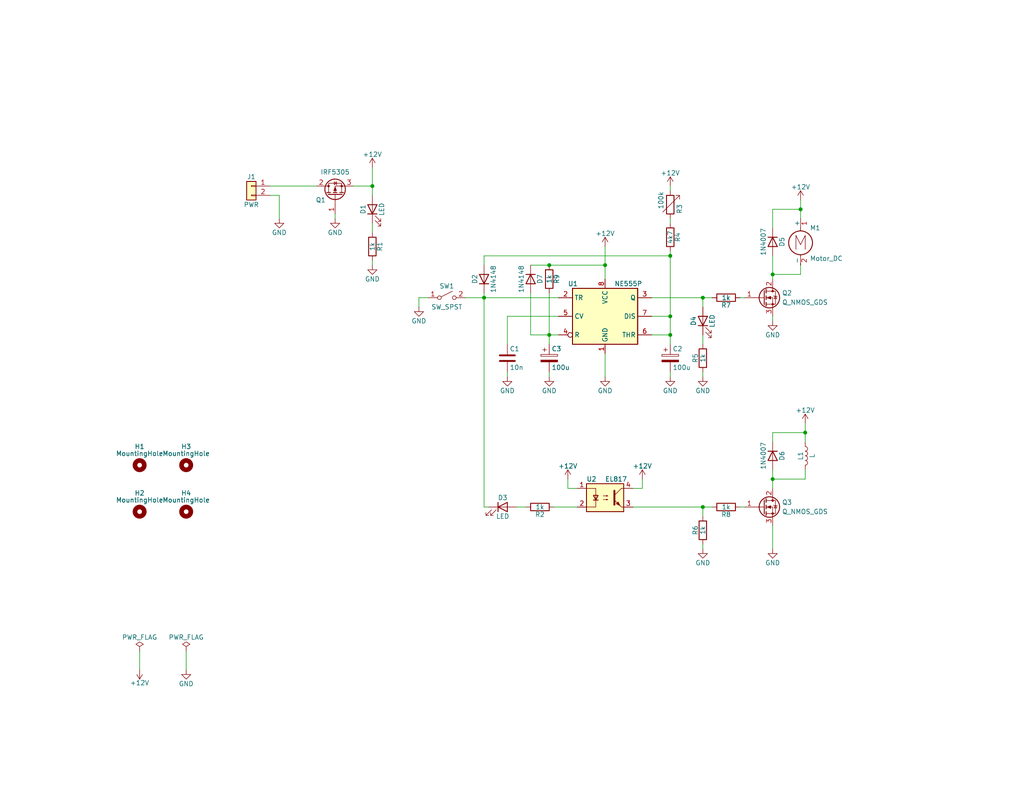
<source format=kicad_sch>
(kicad_sch (version 20211123) (generator eeschema)
  (paper "A")
  (title_block (company "erry Leumas"))
  (lib_symbols
    (symbol "Connector_Generic:Conn_01x02" (pin_names (offset 1.016) hide)
      (property "Reference" "J" (at 0 2.54 0))
      (property "Value" "Conn_01x02" (at 0 -5.08 0))
      (symbol "Conn_01x02_1_1"
        (rectangle (start -1.27 -2.413) (end 0 -2.667) (stroke (width 0.1524)))
        (rectangle (start -1.27 0.127) (end 0 -0.127) (stroke (width 0.1524)))
        (rectangle (start -1.27 1.27) (end 1.27 -3.81) (stroke (width 0.254)) (fill (type background)))
        (pin passive line (at -5.08 0 0) (length 3.81) (name "Pin_1") (number "1"))
        (pin passive line (at -5.08 -2.54 0) (length 3.81) (name "Pin_2") (number "2"))
      )
    )
    (symbol "Device:C" (pin_numbers hide) (pin_names (offset 0.254))
      (property "Reference" "C" (at 0.635 2.54 0))
      (property "Value" "C" (at 0.635 -2.54 0))
      (symbol "C_0_1"
        (polyline (pts (xy -2.032 -0.762) (xy 2.032 -0.762)) (stroke (width 0.508)))
        (polyline (pts (xy -2.032 0.762) (xy 2.032 0.762)) (stroke (width 0.508)))
      )
      (symbol "C_1_1"
        (pin passive line (at 0 3.81 270) (length 2.794) (name "~") (number "1"))
        (pin passive line (at 0 -3.81 90) (length 2.794) (name "~") (number "2"))
      )
    )
    (symbol "Device:L" (pin_numbers hide) (pin_names (offset 1.016) hide)
      (property "Reference" "L" (at -1.27 0 90))
      (property "Value" "L" (at 1.905 0 90))
      (symbol "L_0_1"
        (arc (start 0 -2.54) (mid 0.635 -1.905) (end 0 -1.27))
        (arc (start 0 -1.27) (mid 0.635 -0.635) (end 0 0))
        (arc (start 0 0) (mid 0.635 0.635) (end 0 1.27))
        (arc (start 0 1.27) (mid 0.635 1.905) (end 0 2.54))
      )
      (symbol "L_1_1"
        (pin passive line (at 0 3.81 270) (length 1.27) (name "1") (number "1"))
        (pin passive line (at 0 -3.81 90) (length 1.27) (name "2") (number "2"))
      )
    )
    (symbol "Device:LED" (pin_numbers hide) (pin_names (offset 1.016) hide)
      (property "Reference" "D" (at 0 2.54 0))
      (property "Value" "LED" (at 0 -2.54 0))
      (symbol "LED_0_1"
        (polyline (pts (xy -1.27 -1.27) (xy -1.27 1.27)) (stroke (width 0.254)))
        (polyline (pts (xy -1.27 0) (xy 1.27 0)))
        (polyline (pts (xy 1.27 -1.27) (xy 1.27 1.27) (xy -1.27 0) (xy 1.27 -1.27)) (stroke (width 0.254)))
        (polyline (pts (xy -3.048 -0.762) (xy -4.572 -2.286) (xy -3.81 -2.286) (xy -4.572 -2.286) (xy -4.572 -1.524)))
        (polyline (pts (xy -1.778 -0.762) (xy -3.302 -2.286) (xy -2.54 -2.286) (xy -3.302 -2.286) (xy -3.302 -1.524)))
      )
      (symbol "LED_1_1"
        (pin passive line (at -3.81 0 0) (length 2.54) (name "K") (number "1"))
        (pin passive line (at 3.81 0 180) (length 2.54) (name "A") (number "2"))
      )
    )
    (symbol "Device:Q_NMOS_GDS" (pin_names (offset 0) hide)
      (property "Reference" "Q" (at 5.08 1.27 0))
      (property "Value" "Q_NMOS_GDS" (at 5.08 -1.27 0))
      (symbol "Q_NMOS_GDS_0_1"
        (polyline (pts (xy 0.254 0) (xy -2.54 0)))
        (polyline (pts (xy 0.254 1.905) (xy 0.254 -1.905)) (stroke (width 0.254)))
        (polyline (pts (xy 0.762 -1.27) (xy 0.762 -2.286)) (stroke (width 0.254)))
        (polyline (pts (xy 0.762 0.508) (xy 0.762 -0.508)) (stroke (width 0.254)))
        (polyline (pts (xy 0.762 2.286) (xy 0.762 1.27)) (stroke (width 0.254)))
        (polyline (pts (xy 2.54 2.54) (xy 2.54 1.778)))
        (polyline (pts (xy 2.54 -2.54) (xy 2.54 0) (xy 0.762 0)))
        (polyline (pts (xy 0.762 -1.778) (xy 3.302 -1.778) (xy 3.302 1.778) (xy 0.762 1.778)))
        (polyline (pts (xy 1.016 0) (xy 2.032 0.381) (xy 2.032 -0.381) (xy 1.016 0)) (fill (type outline)))
        (polyline (pts (xy 2.794 0.508) (xy 2.921 0.381) (xy 3.683 0.381) (xy 3.81 0.254)))
        (polyline (pts (xy 3.302 0.381) (xy 2.921 -0.254) (xy 3.683 -0.254) (xy 3.302 0.381)))
        (circle (center 1.651 0) (radius 2.794) (stroke (width 0.254)))
        (circle (center 2.54 -1.778) (radius 0.254) (fill (type outline)))
        (circle (center 2.54 1.778) (radius 0.254) (fill (type outline)))
      )
      (symbol "Q_NMOS_GDS_1_1"
        (pin input line (at -5.08 0 0) (length 2.54) (name "G") (number "1"))
        (pin passive line (at 2.54 5.08 270) (length 2.54) (name "D") (number "2"))
        (pin passive line (at 2.54 -5.08 90) (length 2.54) (name "S") (number "3"))
      )
    )
    (symbol "Device:Q_PMOS_GDS" (pin_names (offset 0) hide)
      (property "Reference" "Q" (at 5.08 1.27 0))
      (property "Value" "Q_PMOS_GDS" (at 5.08 -1.27 0))
      (symbol "Q_PMOS_GDS_0_1"
        (polyline (pts (xy 0.254 0) (xy -2.54 0)))
        (polyline (pts (xy 0.254 1.905) (xy 0.254 -1.905)) (stroke (width 0.254)))
        (polyline (pts (xy 0.762 -1.27) (xy 0.762 -2.286)) (stroke (width 0.254)))
        (polyline (pts (xy 0.762 0.508) (xy 0.762 -0.508)) (stroke (width 0.254)))
        (polyline (pts (xy 0.762 2.286) (xy 0.762 1.27)) (stroke (width 0.254)))
        (polyline (pts (xy 2.54 2.54) (xy 2.54 1.778)))
        (polyline (pts (xy 2.54 -2.54) (xy 2.54 0) (xy 0.762 0)))
        (polyline (pts (xy 0.762 1.778) (xy 3.302 1.778) (xy 3.302 -1.778) (xy 0.762 -1.778)))
        (polyline (pts (xy 2.286 0) (xy 1.27 0.381) (xy 1.27 -0.381) (xy 2.286 0)) (fill (type outline)))
        (polyline (pts (xy 2.794 -0.508) (xy 2.921 -0.381) (xy 3.683 -0.381) (xy 3.81 -0.254)))
        (polyline (pts (xy 3.302 -0.381) (xy 2.921 0.254) (xy 3.683 0.254) (xy 3.302 -0.381)))
        (circle (center 1.651 0) (radius 2.794) (stroke (width 0.254)))
        (circle (center 2.54 -1.778) (radius 0.254) (fill (type outline)))
        (circle (center 2.54 1.778) (radius 0.254) (fill (type outline)))
      )
      (symbol "Q_PMOS_GDS_1_1"
        (pin input line (at -5.08 0 0) (length 2.54) (name "G") (number "1"))
        (pin passive line (at 2.54 5.08 270) (length 2.54) (name "D") (number "2"))
        (pin passive line (at 2.54 -5.08 90) (length 2.54) (name "S") (number "3"))
      )
    )
    (symbol "Device:R" (pin_numbers hide) (pin_names (offset 0))
      (property "Reference" "R" (at 2.032 0 90))
      (property "Value" "R" (at 0 0 90))
      (symbol "R_0_1"
        (rectangle (start -1.016 -2.54) (end 1.016 2.54) (stroke (width 0.254)))
      )
      (symbol "R_1_1"
        (pin passive line (at 0 3.81 270) (length 1.27) (name "~") (number "1"))
        (pin passive line (at 0 -3.81 90) (length 1.27) (name "~") (number "2"))
      )
    )
    (symbol "Device:R_Variable" (pin_numbers hide) (pin_names (offset 0))
      (property "Reference" "R" (at 2.54 -2.54 90))
      (property "Value" "R_Variable" (at -2.54 -1.27 90))
      (symbol "R_Variable_0_1"
        (rectangle (start -1.016 -2.54) (end 1.016 2.54) (stroke (width 0.254)))
        (polyline (pts (xy 2.54 1.524) (xy 2.54 2.54) (xy 1.524 2.54) (xy 2.54 2.54) (xy -2.032 -2.032)))
      )
      (symbol "R_Variable_1_1"
        (pin passive line (at 0 3.81 270) (length 1.27) (name "~") (number "1"))
        (pin passive line (at 0 -3.81 90) (length 1.27) (name "~") (number "2"))
      )
    )
    (symbol "Diode:1N4007" (pin_numbers hide) (pin_names (offset 1.016) hide)
      (property "Reference" "D" (at 0 2.54 0))
      (property "Value" "1N4007" (at 0 -2.54 0))
      (symbol "1N4007_0_1"
        (polyline (pts (xy -1.27 1.27) (xy -1.27 -1.27)) (stroke (width 0.254)))
        (polyline (pts (xy 1.27 0) (xy -1.27 0)))
        (polyline (pts (xy 1.27 1.27) (xy 1.27 -1.27) (xy -1.27 0) (xy 1.27 1.27)) (stroke (width 0.254)))
      )
      (symbol "1N4007_1_1"
        (pin passive line (at -3.81 0 0) (length 2.54) (name "K") (number "1"))
        (pin passive line (at 3.81 0 180) (length 2.54) (name "A") (number "2"))
      )
    )
    (symbol "Diode:1N4148" (pin_numbers hide) (pin_names (offset 1.016) hide)
      (property "Reference" "D" (at 0 2.54 0))
      (property "Value" "1N4148" (at 0 -2.54 0))
      (symbol "1N4148_0_1"
        (polyline (pts (xy -1.27 1.27) (xy -1.27 -1.27)) (stroke (width 0.254)))
        (polyline (pts (xy 1.27 0) (xy -1.27 0)))
        (polyline (pts (xy 1.27 1.27) (xy 1.27 -1.27) (xy -1.27 0) (xy 1.27 1.27)) (stroke (width 0.254)))
      )
      (symbol "1N4148_1_1"
        (pin passive line (at -3.81 0 0) (length 2.54) (name "K") (number "1"))
        (pin passive line (at 3.81 0 180) (length 2.54) (name "A") (number "2"))
      )
    )
    (symbol "Isolator:EL817" (pin_names (offset 1.016))
      (property "Reference" "U" (at -5.08 5.08 0))
      (property "Value" "EL817" (at 0 5.08 0))
      (symbol "EL817_0_1"
        (rectangle (start -5.08 3.81) (end 5.08 -3.81) (stroke (width 0.254)) (fill (type background)))
        (polyline (pts (xy -3.175 -0.635) (xy -1.905 -0.635)) (stroke (width 0.254)))
        (polyline (pts (xy 2.54 0.635) (xy 4.445 2.54)))
        (polyline (pts (xy 4.445 -2.54) (xy 2.54 -0.635)) (fill (type outline)))
        (polyline (pts (xy 4.445 -2.54) (xy 5.08 -2.54)))
        (polyline (pts (xy 4.445 2.54) (xy 5.08 2.54)))
        (polyline (pts (xy -5.08 2.54) (xy -2.54 2.54) (xy -2.54 -0.635)))
        (polyline (pts (xy -2.54 -0.635) (xy -2.54 -2.54) (xy -5.08 -2.54)))
        (polyline (pts (xy 2.54 1.905) (xy 2.54 -1.905) (xy 2.54 -1.905)) (stroke (width 0.508)))
        (polyline (pts (xy -2.54 -0.635) (xy -3.175 0.635) (xy -1.905 0.635) (xy -2.54 -0.635)) (stroke (width 0.254)))
        (polyline (pts (xy -0.508 -0.508) (xy 0.762 -0.508) (xy 0.381 -0.635) (xy 0.381 -0.381) (xy 0.762 -0.508)))
        (polyline (pts (xy -0.508 0.508) (xy 0.762 0.508) (xy 0.381 0.381) (xy 0.381 0.635) (xy 0.762 0.508)))
        (polyline (pts (xy 3.048 -1.651) (xy 3.556 -1.143) (xy 4.064 -2.159) (xy 3.048 -1.651) (xy 3.048 -1.651)) (fill (type outline)))
      )
      (symbol "EL817_1_1"
        (pin passive line (at -7.62 2.54 0) (length 2.54) (name "~") (number "1"))
        (pin passive line (at -7.62 -2.54 0) (length 2.54) (name "~") (number "2"))
        (pin passive line (at 7.62 -2.54 180) (length 2.54) (name "~") (number "3"))
        (pin passive line (at 7.62 2.54 180) (length 2.54) (name "~") (number "4"))
      )
    )
    (symbol "Mechanical:MountingHole" (pin_names (offset 1.016))
      (property "Reference" "H" (at 0 5.08 0))
      (property "Value" "MountingHole" (at 0 3.175 0))
      (symbol "MountingHole_0_1"
        (circle (center 0 0) (radius 1.27) (stroke (width 1.27)))
      )
    )
    (symbol "Motor:Motor_DC" (pin_names (offset 0))
      (property "Reference" "M" (at 2.54 2.54 0))
      (property "Value" "Motor_DC" (at 2.54 -5.08 0))
      (symbol "Motor_DC_0_0"
        (polyline (pts (xy -1.27 -3.302) (xy -1.27 0.508) (xy 0 -2.032) (xy 1.27 0.508) (xy 1.27 -3.302)))
      )
      (symbol "Motor_DC_0_1"
        (circle (center 0 -1.524) (radius 3.2512) (stroke (width 0.254)))
        (polyline (pts (xy 0 -7.62) (xy 0 -7.112)))
        (polyline (pts (xy 0 -4.7752) (xy 0 -5.1816)))
        (polyline (pts (xy 0 1.7272) (xy 0 2.0828)))
        (polyline (pts (xy 0 2.032) (xy 0 2.54)))
      )
      (symbol "Motor_DC_1_1"
        (pin passive line (at 0 5.08 270) (length 2.54) (name "+") (number "1"))
        (pin passive line (at 0 -7.62 90) (length 2.54) (name "-") (number "2"))
      )
    )
    (symbol "Switch:SW_SPST" (pin_names (offset 0) hide)
      (property "Reference" "SW" (at 0 3.175 0))
      (property "Value" "SW_SPST" (at 0 -2.54 0))
      (symbol "SW_SPST_0_0"
        (circle (center -2.032 0) (radius 0.508))
        (polyline (pts (xy -1.524 0.254) (xy 1.524 1.778)))
        (circle (center 2.032 0) (radius 0.508))
      )
      (symbol "SW_SPST_1_1"
        (pin passive line (at -5.08 0 0) (length 2.54) (name "A") (number "1"))
        (pin passive line (at 5.08 0 180) (length 2.54) (name "B") (number "2"))
      )
    )
    (symbol "Timer:NE555P"
      (property "Reference" "U" (at -10.16 8.89 0))
      (property "Value" "NE555P" (at 2.54 8.89 0))
      (symbol "NE555P_0_0"
        (pin power_in line (at 0 -10.16 90) (length 2.54) (name "GND") (number "1"))
        (pin power_in line (at 0 10.16 270) (length 2.54) (name "VCC") (number "8"))
      )
      (symbol "NE555P_0_1"
        (rectangle (start -8.89 -7.62) (end 8.89 7.62) (stroke (width 0.254)) (fill (type background)))
        (rectangle (start -8.89 -7.62) (end 8.89 7.62) (stroke (width 0.254)) (fill (type background)))
      )
      (symbol "NE555P_1_1"
        (pin input line (at -12.7 5.08 0) (length 3.81) (name "TR") (number "2"))
        (pin output line (at 12.7 5.08 180) (length 3.81) (name "Q") (number "3"))
        (pin input inverted (at -12.7 -5.08 0) (length 3.81) (name "R") (number "4"))
        (pin input line (at -12.7 0 0) (length 3.81) (name "CV") (number "5"))
        (pin input line (at 12.7 -5.08 180) (length 3.81) (name "THR") (number "6"))
        (pin input line (at 12.7 0 180) (length 3.81) (name "DIS") (number "7"))
      )
    )
    (symbol "power:+12V" (power) (pin_names (offset 0))
      (property "Value" "+12V" (at 0 3.556 0))
      (symbol "+12V_0_1"
        (polyline (pts (xy -0.762 1.27) (xy 0 2.54)))
        (polyline (pts (xy 0 0) (xy 0 2.54)))
        (polyline (pts (xy 0 2.54) (xy 0.762 1.27)))
      )
      (symbol "+12V_1_1"
        (pin power_in line (at 0 0 90) (length 0) hide (name "+12V") (number "1"))
      )
    )
    (symbol "power:GND" (power) (pin_names (offset 0))
      (property "Value" "GND" (at 0 -3.81 0))
      (symbol "GND_0_1"
        (polyline (pts (xy 0 0) (xy 0 -1.27) (xy 1.27 -1.27) (xy 0 -2.54) (xy -1.27 -1.27) (xy 0 -1.27)))
      )
      (symbol "GND_1_1"
        (pin power_in line (at 0 0 270) (length 0) hide (name "GND") (number "1"))
      )
    )
    (symbol "power:PWR_FLAG" (power) (pin_numbers hide) (pin_names (offset 0) hide)
      (property "Value" "PWR_FLAG" (at 0 3.81 0))
      (symbol "PWR_FLAG_0_0"
        (pin power_out line (at 0 0 90) (length 0) (name "pwr") (number "1"))
      )
      (symbol "PWR_FLAG_0_1"
        (polyline (pts (xy 0 0) (xy 0 1.27) (xy -1.016 1.905) (xy 0 2.54) (xy 1.016 1.905) (xy 0 1.27)))
      )
    )
    (symbol "smd_vacuum-rescue:CP-Device" (pin_numbers hide) (pin_names (offset 0.254))
      (property "Reference" "C" (at 0.635 2.54 0))
      (property "Value" "CP-Device" (at 0.635 -2.54 0))
      (symbol "CP-Device_0_1"
        (rectangle (start -2.286 0.508) (end 2.286 1.016))
        (polyline (pts (xy -1.778 2.286) (xy -0.762 2.286)))
        (polyline (pts (xy -1.27 2.794) (xy -1.27 1.778)))
        (rectangle (start 2.286 -0.508) (end -2.286 -1.016) (fill (type outline)))
      )
      (symbol "CP-Device_1_1"
        (pin passive line (at 0 3.81 270) (length 2.794) (name "~") (number "1"))
        (pin passive line (at 0 -3.81 90) (length 2.794) (name "~") (number "2"))
      )
    )
  )
  (junction (at 182.88 86.36))
  (junction (at 210.82 130.81))
  (junction (at 182.88 91.44))
  (junction (at 101.6 50.8))
  (junction (at 149.86 91.44))
  (junction (at 182.88 69.85))
  (junction (at 149.86 72.39))
  (junction (at 210.82 74.93))
  (junction (at 219.71 118.11))
  (junction (at 191.77 81.28))
  (junction (at 132.08 81.28))
  (junction (at 191.77 138.43))
  (junction (at 165.1 72.39))
  (junction (at 218.44 57.15))
  (wire (pts (xy 140.97 138.43) (xy 143.51 138.43)))
  (wire (pts (xy 218.44 57.15) (xy 218.44 54.61)))
  (wire (pts (xy 133.35 138.43) (xy 132.08 138.43)))
  (wire (pts (xy 149.86 80.01) (xy 149.86 91.44)))
  (wire (pts (xy 132.08 138.43) (xy 132.08 81.28)))
  (wire (pts (xy 182.88 86.36) (xy 177.8 86.36)))
  (wire (pts (xy 194.31 138.43) (xy 191.77 138.43)))
  (wire (pts (xy 191.77 81.28) (xy 191.77 83.82)))
  (wire (pts (xy 182.88 60.96) (xy 182.88 59.69)))
  (wire (pts (xy 151.13 138.43) (xy 157.48 138.43)))
  (wire (pts (xy 210.82 120.65) (xy 210.82 118.11)))
  (wire (pts (xy 210.82 62.23) (xy 210.82 57.15)))
  (wire (pts (xy 144.78 91.44) (xy 149.86 91.44)))
  (wire (pts (xy 218.44 59.69) (xy 218.44 57.15)))
  (wire (pts (xy 101.6 53.34) (xy 101.6 50.8)))
  (wire (pts (xy 132.08 69.85) (xy 182.88 69.85)))
  (wire (pts (xy 165.1 67.31) (xy 165.1 72.39)))
  (wire (pts (xy 114.3 81.28) (xy 114.3 83.82)))
  (wire (pts (xy 154.94 133.35) (xy 154.94 130.81)))
  (wire (pts (xy 210.82 57.15) (xy 218.44 57.15)))
  (wire (pts (xy 219.71 118.11) (xy 219.71 115.57)))
  (wire (pts (xy 144.78 80.01) (xy 144.78 91.44)))
  (wire (pts (xy 210.82 74.93) (xy 210.82 69.85)))
  (wire (pts (xy 191.77 140.97) (xy 191.77 138.43)))
  (wire (pts (xy 96.52 50.8) (xy 101.6 50.8)))
  (wire (pts (xy 210.82 87.63) (xy 210.82 86.36)))
  (wire (pts (xy 210.82 76.2) (xy 210.82 74.93)))
  (wire (pts (xy 191.77 93.98) (xy 191.77 91.44)))
  (wire (pts (xy 191.77 81.28) (xy 194.31 81.28)))
  (wire (pts (xy 50.8 177.8) (xy 50.8 182.88)))
  (wire (pts (xy 219.71 120.65) (xy 219.71 118.11)))
  (wire (pts (xy 165.1 72.39) (xy 165.1 76.2)))
  (wire (pts (xy 138.43 102.87) (xy 138.43 101.6)))
  (wire (pts (xy 210.82 118.11) (xy 219.71 118.11)))
  (wire (pts (xy 101.6 72.39) (xy 101.6 71.12)))
  (wire (pts (xy 149.86 72.39) (xy 165.1 72.39)))
  (wire (pts (xy 152.4 91.44) (xy 149.86 91.44)))
  (wire (pts (xy 172.72 133.35) (xy 175.26 133.35)))
  (wire (pts (xy 132.08 80.01) (xy 132.08 81.28)))
  (wire (pts (xy 91.44 59.69) (xy 91.44 58.42)))
  (wire (pts (xy 218.44 74.93) (xy 210.82 74.93)))
  (wire (pts (xy 101.6 50.8) (xy 101.6 45.72)))
  (wire (pts (xy 76.2 53.34) (xy 76.2 59.69)))
  (wire (pts (xy 101.6 63.5) (xy 101.6 60.96)))
  (wire (pts (xy 219.71 130.81) (xy 219.71 128.27)))
  (wire (pts (xy 132.08 72.39) (xy 132.08 69.85)))
  (wire (pts (xy 210.82 133.35) (xy 210.82 130.81)))
  (wire (pts (xy 38.1 177.8) (xy 38.1 182.88)))
  (wire (pts (xy 210.82 149.86) (xy 210.82 143.51)))
  (wire (pts (xy 182.88 91.44) (xy 182.88 86.36)))
  (wire (pts (xy 182.88 93.98) (xy 182.88 91.44)))
  (wire (pts (xy 157.48 133.35) (xy 154.94 133.35)))
  (wire (pts (xy 201.93 138.43) (xy 203.2 138.43)))
  (wire (pts (xy 144.78 72.39) (xy 149.86 72.39)))
  (wire (pts (xy 182.88 102.87) (xy 182.88 101.6)))
  (wire (pts (xy 149.86 102.87) (xy 149.86 101.6)))
  (wire (pts (xy 73.66 53.34) (xy 76.2 53.34)))
  (wire (pts (xy 182.88 69.85) (xy 182.88 68.58)))
  (wire (pts (xy 138.43 86.36) (xy 152.4 86.36)))
  (wire (pts (xy 218.44 72.39) (xy 218.44 74.93)))
  (wire (pts (xy 191.77 138.43) (xy 172.72 138.43)))
  (wire (pts (xy 132.08 81.28) (xy 127 81.28)))
  (wire (pts (xy 182.88 50.8) (xy 182.88 52.07)))
  (wire (pts (xy 152.4 81.28) (xy 132.08 81.28)))
  (wire (pts (xy 175.26 133.35) (xy 175.26 130.81)))
  (wire (pts (xy 191.77 149.86) (xy 191.77 148.59)))
  (wire (pts (xy 138.43 93.98) (xy 138.43 86.36)))
  (wire (pts (xy 210.82 130.81) (xy 219.71 130.81)))
  (wire (pts (xy 201.93 81.28) (xy 203.2 81.28)))
  (wire (pts (xy 165.1 96.52) (xy 165.1 102.87)))
  (wire (pts (xy 149.86 93.98) (xy 149.86 91.44)))
  (wire (pts (xy 177.8 81.28) (xy 191.77 81.28)))
  (wire (pts (xy 177.8 91.44) (xy 182.88 91.44)))
  (wire (pts (xy 191.77 102.87) (xy 191.77 101.6)))
  (wire (pts (xy 116.84 81.28) (xy 114.3 81.28)))
  (wire (pts (xy 86.36 50.8) (xy 73.66 50.8)))
  (wire (pts (xy 210.82 130.81) (xy 210.82 128.27)))
  (wire (pts (xy 182.88 69.85) (xy 182.88 86.36)))
  (symbol (lib_id "Timer:NE555P") (at 165.1 86.36 0) (unit 1)
    (property "Reference" "U1" (at 154.94 77.47 0) (effects (justify left)))
    (property "Value" "NE555P" (at 167.64 77.47 0) (effects (justify left)))
    (property "Footprint" "Package_DIP:DIP-8_W7.62mm" (effects hide))
    (property "Datasheet" "http://www.ti.com/lit/ds/symlink/ne555.pdf" (effects hide))
  )
  (symbol (lib_id "power:+12V") (at 165.1 67.31 0) (unit 1)
    (property "Reference" "#PWR08" (effects hide))
    (property "Value" "+12V" (at 165.1 63.754 0))
  )
  (symbol (lib_id "power:GND") (at 165.1 102.87 0) (unit 1)
    (property "Reference" "#PWR09" (effects hide))
    (property "Value" "GND" (at 165.1 106.68 0))
  )
  (symbol (lib_id "Device:Q_NMOS_GDS") (at 208.28 81.28 0) (unit 1)
    (property "Reference" "Q2" (at 213.36 80.01 0) (effects (justify left)))
    (property "Value" "Q_NMOS_GDS" (at 213.36 82.55 0) (effects (justify left)))
    (property "Footprint" "Package_TO_SOT_THT:TO-220-3_Vertical" (effects hide))
  )
  (symbol (lib_id "Device:R") (at 198.12 81.28 270) (unit 1)
    (property "Reference" "R7" (at 198.12 83.312 90))
    (property "Value" "1k" (at 198.12 81.28 90))
    (property "Footprint" "Resistor_THT:R_Axial_DIN0207_L6.3mm_D2.5mm_P10.16mm_Horizontal" (effects hide))
  )
  (symbol (lib_id "Device:LED") (at 191.77 87.63 90) (unit 1)
    (property "Reference" "D4" (at 189.23 87.63 0))
    (property "Value" "LED" (at 194.31 87.63 0))
    (property "Footprint" "Connector_JST:JST_PH_B2B-PH-K_1x02_P2.00mm_Vertical" (effects hide))
  )
  (symbol (lib_id "power:GND") (at 191.77 102.87 0) (unit 1)
    (property "Reference" "#PWR013" (effects hide))
    (property "Value" "GND" (at 191.77 106.68 0))
  )
  (symbol (lib_id "power:GND") (at 210.82 87.63 0) (unit 1)
    (property "Reference" "#PWR015" (effects hide))
    (property "Value" "GND" (at 210.82 91.44 0))
  )
  (symbol (lib_id "Motor:Motor_DC") (at 218.44 64.77 0) (unit 1)
    (property "Reference" "M1" (at 220.98 62.23 0) (effects (justify left)))
    (property "Value" "Motor_DC" (at 220.98 69.85 0) (effects (justify left top)))
    (property "Footprint" "pl_TerminalBlock:WJ127-5.0-2P" (effects hide))
  )
  (symbol (lib_id "power:+12V") (at 218.44 54.61 0) (unit 1)
    (property "Reference" "#PWR017" (effects hide))
    (property "Value" "+12V" (at 218.44 51.054 0))
  )
  (symbol (lib_id "Device:C") (at 138.43 97.79 0) (unit 1)
    (property "Reference" "C1" (at 139.065 95.25 0) (effects (justify left)))
    (property "Value" "10n" (at 139.065 100.33 0) (effects (justify left)))
    (property "Footprint" "Capacitor_THT:C_Rect_L7.0mm_W3.5mm_P5.00mm" (effects hide))
  )
  (symbol (lib_id "Switch:SW_SPST") (at 121.92 81.28 0) (unit 1)
    (property "Reference" "SW1" (at 121.92 78.105 0))
    (property "Value" "SW_SPST" (at 121.92 83.82 0))
    (property "Footprint" "pl_TerminalBlock:WJ127-5.0-2P" (effects hide))
  )
  (symbol (lib_id "power:GND") (at 114.3 83.82 0) (unit 1)
    (property "Reference" "#PWR05" (effects hide))
    (property "Value" "GND" (at 114.3 87.63 0))
  )
  (symbol (lib_id "Device:R") (at 182.88 64.77 0) (unit 1)
    (property "Reference" "R4" (at 184.912 64.77 90))
    (property "Value" "4k7" (at 182.88 64.77 90))
    (property "Footprint" "Resistor_THT:R_Axial_DIN0207_L6.3mm_D2.5mm_P10.16mm_Horizontal" (effects hide))
  )
  (symbol (lib_id "smd_vacuum-rescue:CP-Device") (at 182.88 97.79 0) (unit 1)
    (property "Reference" "C2" (at 183.515 95.25 0) (effects (justify left)))
    (property "Value" "100u" (at 183.515 100.33 0) (effects (justify left)))
    (property "Footprint" "Capacitor_THT:CP_Radial_D8.0mm_P3.50mm" (effects hide))
  )
  (symbol (lib_id "power:GND") (at 182.88 102.87 0) (unit 1)
    (property "Reference" "#PWR012" (effects hide))
    (property "Value" "GND" (at 182.88 106.68 0))
  )
  (symbol (lib_id "Diode:1N4148") (at 132.08 76.2 90) (unit 1)
    (property "Reference" "D2" (at 129.54 76.2 0))
    (property "Value" "1N4148" (at 134.62 76.2 0))
    (property "Footprint" "Diode_THT:D_DO-35_SOD27_P7.62mm_Horizontal" (effects hide))
    (property "Datasheet" "https://assets.nexperia.com/documents/data-sheet/1N4148_1N4448.pdf" (effects hide))
  )
  (symbol (lib_id "Diode:1N4007") (at 210.82 66.04 270) (unit 1)
    (property "Reference" "D5" (at 213.36 66.04 0))
    (property "Value" "1N4007" (at 208.28 66.04 0))
    (property "Footprint" "Diode_THT:D_DO-41_SOD81_P10.16mm_Horizontal" (effects hide))
    (property "Datasheet" "http://www.vishay.com/docs/88503/1n4001.pdf" (effects hide))
  )
  (symbol (lib_id "Device:LED") (at 137.16 138.43 0) (unit 1)
    (property "Reference" "D3" (at 137.16 135.89 0))
    (property "Value" "LED" (at 137.16 140.97 0))
    (property "Footprint" "Connector_JST:JST_PH_B2B-PH-K_1x02_P2.00mm_Vertical" (effects hide))
  )
  (symbol (lib_id "Isolator:EL817") (at 165.1 135.89 0) (unit 1)
    (property "Reference" "U2" (at 160.02 130.81 0) (effects (justify left)))
    (property "Value" "EL817" (at 165.1 130.81 0) (effects (justify left)))
    (property "Footprint" "Package_DIP:DIP-4_W7.62mm" (effects hide))
    (property "Datasheet" "http://www.everlight.com/file/ProductFile/EL817.pdf" (effects hide))
  )
  (symbol (lib_id "power:+12V") (at 154.94 130.81 0) (unit 1)
    (property "Reference" "#PWR07" (effects hide))
    (property "Value" "+12V" (at 154.94 127.254 0))
  )
  (symbol (lib_id "Device:R") (at 147.32 138.43 270) (unit 1)
    (property "Reference" "R2" (at 147.32 140.462 90))
    (property "Value" "1k" (at 147.32 138.43 90))
    (property "Footprint" "Resistor_THT:R_Axial_DIN0207_L6.3mm_D2.5mm_P10.16mm_Horizontal" (effects hide))
  )
  (symbol (lib_id "Device:R") (at 191.77 144.78 180) (unit 1)
    (property "Reference" "R6" (at 189.738 144.78 90))
    (property "Value" "1k" (at 191.77 144.78 90))
    (property "Footprint" "Resistor_THT:R_Axial_DIN0207_L6.3mm_D2.5mm_P10.16mm_Horizontal" (effects hide))
  )
  (symbol (lib_id "power:+12V") (at 175.26 130.81 0) (unit 1)
    (property "Reference" "#PWR010" (effects hide))
    (property "Value" "+12V" (at 175.26 127.254 0))
  )
  (symbol (lib_id "Device:Q_NMOS_GDS") (at 208.28 138.43 0) (unit 1)
    (property "Reference" "Q3" (at 213.36 137.16 0) (effects (justify left)))
    (property "Value" "Q_NMOS_GDS" (at 213.36 139.7 0) (effects (justify left)))
    (property "Footprint" "Package_TO_SOT_THT:TO-220-3_Vertical" (effects hide))
  )
  (symbol (lib_id "Device:R") (at 198.12 138.43 270) (unit 1)
    (property "Reference" "R8" (at 198.12 140.462 90))
    (property "Value" "1k" (at 198.12 138.43 90))
    (property "Footprint" "Resistor_THT:R_Axial_DIN0207_L6.3mm_D2.5mm_P10.16mm_Horizontal" (effects hide))
  )
  (symbol (lib_id "smd_vacuum-rescue:CP-Device") (at 149.86 97.79 0) (unit 1)
    (property "Reference" "C3" (at 150.495 95.25 0) (effects (justify left)))
    (property "Value" "100u" (at 150.495 100.33 0) (effects (justify left)))
    (property "Footprint" "Capacitor_THT:CP_Radial_D8.0mm_P3.50mm" (effects hide))
  )
  (symbol (lib_id "power:GND") (at 149.86 102.87 0) (unit 1)
    (property "Reference" "#PWR019" (effects hide))
    (property "Value" "GND" (at 149.86 106.68 0))
  )
  (symbol (lib_id "power:GND") (at 210.82 149.86 0) (unit 1)
    (property "Reference" "#PWR016" (effects hide))
    (property "Value" "GND" (at 210.82 153.67 0))
  )
  (symbol (lib_id "Diode:1N4007") (at 210.82 124.46 270) (unit 1)
    (property "Reference" "D6" (at 213.36 124.46 0))
    (property "Value" "1N4007" (at 208.28 124.46 0))
    (property "Footprint" "Diode_THT:D_DO-41_SOD81_P10.16mm_Horizontal" (effects hide))
    (property "Datasheet" "http://www.vishay.com/docs/88503/1n4001.pdf" (effects hide))
  )
  (symbol (lib_id "power:+12V") (at 219.71 115.57 0) (unit 1)
    (property "Reference" "#PWR018" (effects hide))
    (property "Value" "+12V" (at 219.71 112.014 0))
  )
  (symbol (lib_id "Device:L") (at 219.71 124.46 0) (mirror x) (unit 1)
    (property "Reference" "L1" (at 218.44 124.46 90))
    (property "Value" "L" (at 221.615 124.46 90))
    (property "Footprint" "pl_TerminalBlock:WJ127-5.0-2P" (effects hide))
  )
  (symbol (lib_id "Device:R") (at 149.86 76.2 0) (unit 1)
    (property "Reference" "R9" (at 151.892 76.2 90))
    (property "Value" "1k" (at 149.86 76.2 90))
    (property "Footprint" "Resistor_THT:R_Axial_DIN0207_L6.3mm_D2.5mm_P10.16mm_Horizontal" (effects hide))
  )
  (symbol (lib_id "Diode:1N4148") (at 144.78 76.2 270) (unit 1)
    (property "Reference" "D7" (at 147.32 76.2 0))
    (property "Value" "1N4148" (at 142.24 76.2 0))
    (property "Footprint" "Diode_THT:D_DO-35_SOD27_P7.62mm_Horizontal" (effects hide))
    (property "Datasheet" "https://assets.nexperia.com/documents/data-sheet/1N4148_1N4448.pdf" (effects hide))
  )
  (symbol (lib_id "power:+12V") (at 182.88 50.8 0) (unit 1)
    (property "Reference" "#PWR011" (effects hide))
    (property "Value" "+12V" (at 182.88 47.244 0))
  )
  (symbol (lib_id "Device:R_Variable") (at 182.88 55.88 0) (unit 1)
    (property "Reference" "R3" (at 185.42 58.42 90) (effects (justify left)))
    (property "Value" "100k" (at 180.34 57.15 90) (effects (justify left)))
    (property "Footprint" "pl_TerminalBlock:WJ127-5.0-2P" (effects hide))
  )
  (symbol (lib_id "power:GND") (at 138.43 102.87 0) (unit 1)
    (property "Reference" "#PWR06" (effects hide))
    (property "Value" "GND" (at 138.43 106.68 0))
  )
  (symbol (lib_id "Device:R") (at 191.77 97.79 180) (unit 1)
    (property "Reference" "R5" (at 189.738 97.79 90))
    (property "Value" "1k" (at 191.77 97.79 90))
    (property "Footprint" "Resistor_THT:R_Axial_DIN0207_L6.3mm_D2.5mm_P10.16mm_Horizontal" (effects hide))
  )
  (symbol (lib_id "power:GND") (at 191.77 149.86 0) (unit 1)
    (property "Reference" "#PWR014" (effects hide))
    (property "Value" "GND" (at 191.77 153.67 0))
  )
  (symbol (lib_id "Connector_Generic:Conn_01x02") (at 68.58 50.8 0) (mirror y) (unit 1)
    (property "Reference" "J1" (at 68.58 48.26 0))
    (property "Value" "PWR" (at 68.58 55.88 0))
    (property "Footprint" "pl_TerminalBlock:WJ127-5.0-2P" (effects hide))
  )
  (symbol (lib_id "Device:Q_PMOS_GDS") (at 91.44 53.34 90) (unit 1)
    (property "Reference" "Q1" (at 88.9 54.61 90) (effects (justify left)))
    (property "Value" "IRF5305" (at 91.44 46.99 90))
    (property "Footprint" "Package_TO_SOT_THT:TO-220-3_Vertical" (effects hide))
  )
  (symbol (lib_id "power:GND") (at 76.2 59.69 0) (unit 1)
    (property "Reference" "#PWR01" (effects hide))
    (property "Value" "GND" (at 76.2 63.5 0))
  )
  (symbol (lib_id "power:GND") (at 91.44 59.69 0) (unit 1)
    (property "Reference" "#PWR02" (effects hide))
    (property "Value" "GND" (at 91.44 63.5 0))
  )
  (symbol (lib_id "power:+12V") (at 101.6 45.72 0) (unit 1)
    (property "Reference" "#PWR03" (effects hide))
    (property "Value" "+12V" (at 101.6 42.164 0))
  )
  (symbol (lib_id "Device:LED") (at 101.6 57.15 90) (unit 1)
    (property "Reference" "D1" (at 99.06 57.15 0))
    (property "Value" "LED" (at 104.14 57.15 0))
    (property "Footprint" "Connector_JST:JST_PH_B2B-PH-K_1x02_P2.00mm_Vertical" (effects hide))
  )
  (symbol (lib_id "Device:R") (at 101.6 67.31 0) (unit 1)
    (property "Reference" "R1" (at 103.632 67.31 90))
    (property "Value" "1k" (at 101.6 67.31 90))
    (property "Footprint" "Resistor_THT:R_Axial_DIN0207_L6.3mm_D2.5mm_P10.16mm_Horizontal" (effects hide))
  )
  (symbol (lib_id "power:GND") (at 101.6 72.39 0) (unit 1)
    (property "Reference" "#PWR04" (effects hide))
    (property "Value" "GND" (at 101.6 76.2 0))
  )
  (symbol (lib_id "power:PWR_FLAG") (at 38.1 177.8 0) (unit 1)
    (property "Reference" "#FLG0101" (effects hide))
    (property "Value" "PWR_FLAG" (at 38.1 173.99 0))
  )
  (symbol (lib_id "power:+12V") (at 38.1 182.88 180) (unit 1)
    (property "Reference" "#PWR0101" (effects hide))
    (property "Value" "+12V" (at 38.1 186.436 0))
  )
  (symbol (lib_id "power:GND") (at 50.8 182.88 0) (unit 1)
    (property "Reference" "#PWR0102" (effects hide))
    (property "Value" "GND" (at 50.8 186.69 0))
  )
  (symbol (lib_id "power:PWR_FLAG") (at 50.8 177.8 0) (unit 1)
    (property "Reference" "#FLG0102" (effects hide))
    (property "Value" "PWR_FLAG" (at 50.8 173.99 0))
  )
  (symbol (lib_id "Mechanical:MountingHole") (at 38.1 127 0) (unit 1)
    (property "Reference" "H1" (at 38.1 121.92 0))
    (property "Value" "MountingHole" (at 38.1 123.825 0))
    (property "Footprint" "MountingHole:MountingHole_3.2mm_M3" (effects hide))
  )
  (symbol (lib_id "Mechanical:MountingHole") (at 50.8 127 0) (unit 1)
    (property "Reference" "H3" (at 50.8 121.92 0))
    (property "Value" "MountingHole" (at 50.8 123.825 0))
    (property "Footprint" "MountingHole:MountingHole_3.2mm_M3" (effects hide))
  )
  (symbol (lib_id "Mechanical:MountingHole") (at 50.8 139.7 0) (unit 1)
    (property "Reference" "H4" (at 50.8 134.62 0))
    (property "Value" "MountingHole" (at 50.8 136.525 0))
    (property "Footprint" "MountingHole:MountingHole_3.2mm_M3" (effects hide))
  )
  (symbol (lib_id "Mechanical:MountingHole") (at 38.1 139.7 0) (unit 1)
    (property "Reference" "H2" (at 38.1 134.62 0))
    (property "Value" "MountingHole" (at 38.1 136.525 0))
    (property "Footprint" "MountingHole:MountingHole_3.2mm_M3" (effects hide))
  )
)
</source>
